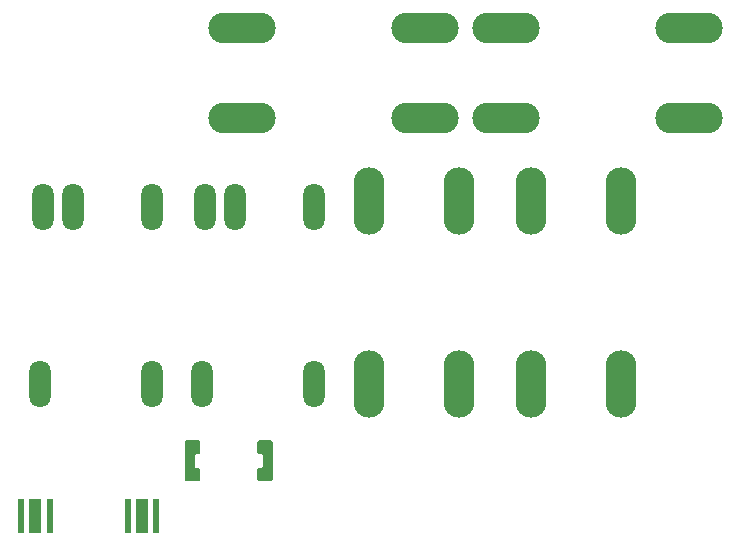
<source format=gtp>
G04 Layer: TopPasteMaskLayer*
G04 EasyEDA Pro v2.2.32.3, 2024-10-26 20:26:31*
G04 Gerber Generator version 0.3*
G04 Scale: 100 percent, Rotated: No, Reflected: No*
G04 Dimensions in millimeters*
G04 Leading zeros omitted, absolute positions, 3 integers and 5 decimals*
%FSLAX35Y35*%
%MOMM*%
%ADD10O,5.7023X2.6035*%
%ADD11O,2.6035X5.7023*%
%ADD12O,1.8X4.0*%
%ADD13R,0.6X2.99999*%
%ADD14R,1.1X2.99999*%
G75*


G04 PolygonModel Start*
G36*
G01X6247201Y2461499D02*
G01X6247201Y2367453D01*
G01X6237201Y2357453D01*
G01X6213594Y2357453D01*
G01X6203594Y2347453D01*
G01X6203594Y2249947D01*
G01X6213594Y2239947D01*
G01X6237201Y2239947D01*
G01X6247201Y2229947D01*
G01X6247201Y2135901D01*
G01X6237201Y2125901D01*
G01X6128946Y2125901D01*
G01X6118946Y2135901D01*
G01X6118946Y2461499D01*
G01X6128946Y2471499D01*
G01X6237201Y2471499D01*
G01X6247201Y2461499D01*
G37*
G36*
G01X6732199Y2461499D02*
G01X6732199Y2367453D01*
G01X6742199Y2357453D01*
G01X6765806Y2357453D01*
G01X6775806Y2347453D01*
G01X6775806Y2249947D01*
G01X6765806Y2239947D01*
G01X6742199Y2239947D01*
G01X6732199Y2229947D01*
G01X6732199Y2135901D01*
G01X6742199Y2125901D01*
G01X6850454Y2125901D01*
G01X6860454Y2135901D01*
G01X6860454Y2461499D01*
G01X6850454Y2471499D01*
G01X6742199Y2471499D01*
G01X6732199Y2461499D01*
G37*

G04 Pad Start*
G54D10*
G01X6603746Y5962650D03*
G01X6603746Y5202682D03*
G01X8153654Y5202682D03*
G01X8153654Y5962650D03*
G54D11*
G01X8439150Y4496054D03*
G01X7679182Y4496054D03*
G01X7679182Y2946146D03*
G01X8439150Y2946146D03*
G54D12*
G01X4889496Y2946400D03*
G01X5839496Y2946400D03*
G01X5837500Y4446400D03*
G01X4912411Y4446400D03*
G01X5166411Y4446400D03*
G01X6261096Y2946400D03*
G01X7211096Y2946400D03*
G01X7209100Y4446400D03*
G01X6284011Y4446400D03*
G01X6538011Y4446400D03*
G54D13*
G01X5873090Y1828808D03*
G54D14*
G01X5753100Y1828808D03*
G54D13*
G01X5633110Y1828808D03*
G01X4971390Y1828808D03*
G54D14*
G01X4851400Y1828808D03*
G54D13*
G01X4731410Y1828808D03*
G54D10*
G01X8838946Y5962650D03*
G01X8838946Y5202682D03*
G01X10388854Y5202682D03*
G01X10388854Y5962650D03*
G54D11*
G01X9810750Y4496054D03*
G01X9050782Y4496054D03*
G01X9050782Y2946146D03*
G01X9810750Y2946146D03*
G04 Pad End*

M02*


</source>
